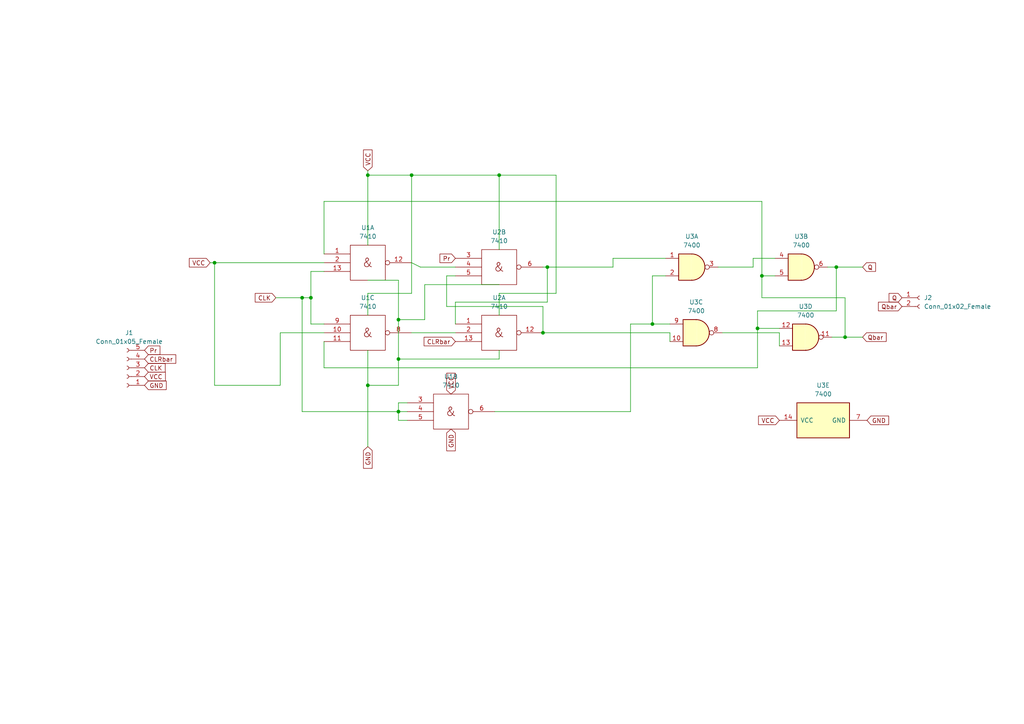
<source format=kicad_sch>
(kicad_sch (version 20211123) (generator eeschema)
  (paper "A4")
  (lib_symbols
    (symbol "74xx:7400" (pin_names (offset 1.016))
      (property "Reference" "U" (at 0 1.27 0))
      (property "Value" "7400" (at 0 -1.27 0))
      (symbol "7400_1_1"
        (arc (start 0 -3.81) (mid 3.81 0) (end 0 3.81) (stroke (width 0.254)) (fill (type background)))
        (polyline (pts (xy 0 3.81) (xy -3.81 3.81) (xy -3.81 -3.81) (xy 0 -3.81)) (stroke (width 0.254)) (fill (type background)))
        (pin input line (at -7.62 2.54 0) (length 3.81) (name "~") (number "1"))
        (pin input line (at -7.62 -2.54 0) (length 3.81) (name "~") (number "2"))
        (pin output inverted (at 7.62 0 180) (length 3.81) (name "~") (number "3"))
      )
      (symbol "7400_1_2"
        (arc (start -3.81 -3.81) (mid -2.589 0) (end -3.81 3.81) (stroke (width 0.254)))
        (arc (start -0.6096 -3.81) (mid 2.1842 -2.5851) (end 3.81 0) (stroke (width 0.254)) (fill (type background)))
        (polyline (pts (xy -3.81 -3.81) (xy -0.635 -3.81)) (stroke (width 0.254)) (fill (type background)))
        (polyline (pts (xy -3.81 3.81) (xy -0.635 3.81)) (stroke (width 0.254)) (fill (type background)))
        (polyline (pts (xy -0.635 3.81) (xy -3.81 3.81) (xy -3.81 3.81) (xy -3.556 3.4036) (xy -3.0226 2.2606) (xy -2.6924 1.0414) (xy -2.6162 -0.254) (xy -2.7686 -1.4986) (xy -3.175 -2.7178) (xy -3.81 -3.81) (xy -3.81 -3.81) (xy -0.635 -3.81)) (stroke (width -25.4)) (fill (type background)))
        (arc (start 3.81 0) (mid 2.1915 2.5936) (end -0.6096 3.81) (stroke (width 0.254)) (fill (type background)))
        (pin input inverted (at -7.62 2.54 0) (length 4.318) (name "~") (number "1"))
        (pin input inverted (at -7.62 -2.54 0) (length 4.318) (name "~") (number "2"))
        (pin output line (at 7.62 0 180) (length 3.81) (name "~") (number "3"))
      )
      (symbol "7400_2_1"
        (arc (start 0 -3.81) (mid 3.81 0) (end 0 3.81) (stroke (width 0.254)) (fill (type background)))
        (polyline (pts (xy 0 3.81) (xy -3.81 3.81) (xy -3.81 -3.81) (xy 0 -3.81)) (stroke (width 0.254)) (fill (type background)))
        (pin input line (at -7.62 2.54 0) (length 3.81) (name "~") (number "4"))
        (pin input line (at -7.62 -2.54 0) (length 3.81) (name "~") (number "5"))
        (pin output inverted (at 7.62 0 180) (length 3.81) (name "~") (number "6"))
      )
      (symbol "7400_2_2"
        (arc (start -3.81 -3.81) (mid -2.589 0) (end -3.81 3.81) (stroke (width 0.254)))
        (arc (start -0.6096 -3.81) (mid 2.1842 -2.5851) (end 3.81 0) (stroke (width 0.254)) (fill (type background)))
        (polyline (pts (xy -3.81 -3.81) (xy -0.635 -3.81)) (stroke (width 0.254)) (fill (type background)))
        (polyline (pts (xy -3.81 3.81) (xy -0.635 3.81)) (stroke (width 0.254)) (fill (type background)))
        (polyline (pts (xy -0.635 3.81) (xy -3.81 3.81) (xy -3.81 3.81) (xy -3.556 3.4036) (xy -3.0226 2.2606) (xy -2.6924 1.0414) (xy -2.6162 -0.254) (xy -2.7686 -1.4986) (xy -3.175 -2.7178) (xy -3.81 -3.81) (xy -3.81 -3.81) (xy -0.635 -3.81)) (stroke (width -25.4)) (fill (type background)))
        (arc (start 3.81 0) (mid 2.1915 2.5936) (end -0.6096 3.81) (stroke (width 0.254)) (fill (type background)))
        (pin input inverted (at -7.62 2.54 0) (length 4.318) (name "~") (number "4"))
        (pin input inverted (at -7.62 -2.54 0) (length 4.318) (name "~") (number "5"))
        (pin output line (at 7.62 0 180) (length 3.81) (name "~") (number "6"))
      )
      (symbol "7400_3_1"
        (arc (start 0 -3.81) (mid 3.81 0) (end 0 3.81) (stroke (width 0.254)) (fill (type background)))
        (polyline (pts (xy 0 3.81) (xy -3.81 3.81) (xy -3.81 -3.81) (xy 0 -3.81)) (stroke (width 0.254)) (fill (type background)))
        (pin input line (at -7.62 -2.54 0) (length 3.81) (name "~") (number "10"))
        (pin output inverted (at 7.62 0 180) (length 3.81) (name "~") (number "8"))
        (pin input line (at -7.62 2.54 0) (length 3.81) (name "~") (number "9"))
      )
      (symbol "7400_3_2"
        (arc (start -3.81 -3.81) (mid -2.589 0) (end -3.81 3.81) (stroke (width 0.254)))
        (arc (start -0.6096 -3.81) (mid 2.1842 -2.5851) (end 3.81 0) (stroke (width 0.254)) (fill (type background)))
        (polyline (pts (xy -3.81 -3.81) (xy -0.635 -3.81)) (stroke (width 0.254)) (fill (type background)))
        (polyline (pts (xy -3.81 3.81) (xy -0.635 3.81)) (stroke (width 0.254)) (fill (type background)))
        (polyline (pts (xy -0.635 3.81) (xy -3.81 3.81) (xy -3.81 3.81) (xy -3.556 3.4036) (xy -3.0226 2.2606) (xy -2.6924 1.0414) (xy -2.6162 -0.254) (xy -2.7686 -1.4986) (xy -3.175 -2.7178) (xy -3.81 -3.81) (xy -3.81 -3.81) (xy -0.635 -3.81)) (stroke (width -25.4)) (fill (type background)))
        (arc (start 3.81 0) (mid 2.1915 2.5936) (end -0.6096 3.81) (stroke (width 0.254)) (fill (type background)))
        (pin input inverted (at -7.62 -2.54 0) (length 4.318) (name "~") (number "10"))
        (pin output line (at 7.62 0 180) (length 3.81) (name "~") (number "8"))
        (pin input inverted (at -7.62 2.54 0) (length 4.318) (name "~") (number "9"))
      )
      (symbol "7400_4_1"
        (arc (start 0 -3.81) (mid 3.81 0) (end 0 3.81) (stroke (width 0.254)) (fill (type background)))
        (polyline (pts (xy 0 3.81) (xy -3.81 3.81) (xy -3.81 -3.81) (xy 0 -3.81)) (stroke (width 0.254)) (fill (type background)))
        (pin output inverted (at 7.62 0 180) (length 3.81) (name "~") (number "11"))
        (pin input line (at -7.62 2.54 0) (length 3.81) (name "~") (number "12"))
        (pin input line (at -7.62 -2.54 0) (length 3.81) (name "~") (number "13"))
      )
      (symbol "7400_4_2"
        (arc (start -3.81 -3.81) (mid -2.589 0) (end -3.81 3.81) (stroke (width 0.254)))
        (arc (start -0.6096 -3.81) (mid 2.1842 -2.5851) (end 3.81 0) (stroke (width 0.254)) (fill (type background)))
        (polyline (pts (xy -3.81 -3.81) (xy -0.635 -3.81)) (stroke (width 0.254)) (fill (type background)))
        (polyline (pts (xy -3.81 3.81) (xy -0.635 3.81)) (stroke (width 0.254)) (fill (type background)))
        (polyline (pts (xy -0.635 3.81) (xy -3.81 3.81) (xy -3.81 3.81) (xy -3.556 3.4036) (xy -3.0226 2.2606) (xy -2.6924 1.0414) (xy -2.6162 -0.254) (xy -2.7686 -1.4986) (xy -3.175 -2.7178) (xy -3.81 -3.81) (xy -3.81 -3.81) (xy -0.635 -3.81)) (stroke (width -25.4)) (fill (type background)))
        (arc (start 3.81 0) (mid 2.1915 2.5936) (end -0.6096 3.81) (stroke (width 0.254)) (fill (type background)))
        (pin output line (at 7.62 0 180) (length 3.81) (name "~") (number "11"))
        (pin input inverted (at -7.62 2.54 0) (length 4.318) (name "~") (number "12"))
        (pin input inverted (at -7.62 -2.54 0) (length 4.318) (name "~") (number "13"))
      )
      (symbol "7400_5_0"
        (pin power_in line (at 0 12.7 270) (length 5.08) (name "VCC") (number "14"))
        (pin power_in line (at 0 -12.7 90) (length 5.08) (name "GND") (number "7"))
      )
      (symbol "7400_5_1"
        (rectangle (start -5.08 7.62) (end 5.08 -7.62) (stroke (width 0.254)) (fill (type background)))
      )
    )
    (symbol "74xx_IEEE:7410" (pin_names (offset 0.762))
      (property "Reference" "U" (at 2.54 7.62 0))
      (property "Value" "7410" (at 3.81 -7.62 0))
      (symbol "7410_0_0"
        (text "&" (at 0 0 0) (effects (font (size 2.54 2.54))))
      )
      (symbol "7410_0_1"
        (rectangle (start -5.08 5.08) (end 5.08 -5.08))
        (pin power_in line (at 0 5.08 270) (length 0) hide (name "Vcc") (number "14"))
        (pin power_in line (at 0 -5.08 90) (length 0) hide (name "Gnd") (number "7"))
      )
      (symbol "7410_1_1"
        (pin input line (at -12.7 2.54 0) (length 7.62) (name "~") (number "1"))
        (pin output inverted (at 12.7 0 180) (length 7.62) (name "~") (number "12"))
        (pin input line (at -12.7 -2.54 0) (length 7.62) (name "~") (number "13"))
        (pin input line (at -12.7 0 0) (length 7.62) (name "~") (number "2"))
      )
      (symbol "7410_2_1"
        (pin input line (at -12.7 2.54 0) (length 7.62) (name "~") (number "3"))
        (pin input line (at -12.7 0 0) (length 7.62) (name "~") (number "4"))
        (pin input line (at -12.7 -2.54 0) (length 7.62) (name "~") (number "5"))
        (pin output inverted (at 12.7 0 180) (length 7.62) (name "~") (number "6"))
      )
      (symbol "7410_3_1"
        (pin input line (at -12.7 0 0) (length 7.62) (name "~") (number "10"))
        (pin input line (at -12.7 -2.54 0) (length 7.62) (name "~") (number "11"))
        (pin output inverted (at 12.7 0 180) (length 7.62) (name "~") (number "8"))
        (pin input line (at -12.7 2.54 0) (length 7.62) (name "~") (number "9"))
      )
    )
    (symbol "Connector:Conn_01x02_Female" (pin_names (offset 1.016) hide)
      (property "Reference" "J" (at 0 2.54 0))
      (property "Value" "Conn_01x02_Female" (at 0 -5.08 0))
      (symbol "Conn_01x02_Female_1_1"
        (arc (start 0 -2.032) (mid -0.508 -2.54) (end 0 -3.048) (stroke (width 0.1524)))
        (polyline (pts (xy -1.27 -2.54) (xy -0.508 -2.54)) (stroke (width 0.1524)))
        (polyline (pts (xy -1.27 0) (xy -0.508 0)) (stroke (width 0.1524)))
        (arc (start 0 0.508) (mid -0.508 0) (end 0 -0.508) (stroke (width 0.1524)))
        (pin passive line (at -5.08 0 0) (length 3.81) (name "Pin_1") (number "1"))
        (pin passive line (at -5.08 -2.54 0) (length 3.81) (name "Pin_2") (number "2"))
      )
    )
    (symbol "Connector:Conn_01x05_Female" (pin_names (offset 1.016) hide)
      (property "Reference" "J" (at 0 7.62 0))
      (property "Value" "Conn_01x05_Female" (at 0 -7.62 0))
      (symbol "Conn_01x05_Female_1_1"
        (arc (start 0 -4.572) (mid -0.508 -5.08) (end 0 -5.588) (stroke (width 0.1524)))
        (arc (start 0 -2.032) (mid -0.508 -2.54) (end 0 -3.048) (stroke (width 0.1524)))
        (polyline (pts (xy -1.27 -5.08) (xy -0.508 -5.08)) (stroke (width 0.1524)))
        (polyline (pts (xy -1.27 -2.54) (xy -0.508 -2.54)) (stroke (width 0.1524)))
        (polyline (pts (xy -1.27 0) (xy -0.508 0)) (stroke (width 0.1524)))
        (polyline (pts (xy -1.27 2.54) (xy -0.508 2.54)) (stroke (width 0.1524)))
        (polyline (pts (xy -1.27 5.08) (xy -0.508 5.08)) (stroke (width 0.1524)))
        (arc (start 0 0.508) (mid -0.508 0) (end 0 -0.508) (stroke (width 0.1524)))
        (arc (start 0 3.048) (mid -0.508 2.54) (end 0 2.032) (stroke (width 0.1524)))
        (arc (start 0 5.588) (mid -0.508 5.08) (end 0 4.572) (stroke (width 0.1524)))
        (pin passive line (at -5.08 5.08 0) (length 3.81) (name "Pin_1") (number "1"))
        (pin passive line (at -5.08 2.54 0) (length 3.81) (name "Pin_2") (number "2"))
        (pin passive line (at -5.08 0 0) (length 3.81) (name "Pin_3") (number "3"))
        (pin passive line (at -5.08 -2.54 0) (length 3.81) (name "Pin_4") (number "4"))
        (pin passive line (at -5.08 -5.08 0) (length 3.81) (name "Pin_5") (number "5"))
      )
    )
  )
  (junction (at 158.75 77.47))
  (junction (at 115.57 119.38))
  (junction (at 106.68 50.8))
  (junction (at 189.23 93.98))
  (junction (at 115.57 104.14))
  (junction (at 62.23 76.2))
  (junction (at 87.63 86.36))
  (junction (at 115.57 92.71))
  (junction (at 90.17 86.36))
  (junction (at 157.48 96.52))
  (junction (at 219.71 95.25))
  (junction (at 245.11 97.79))
  (junction (at 119.38 50.8))
  (junction (at 144.78 50.8))
  (junction (at 106.68 111.76))
  (junction (at 220.98 80.01))
  (junction (at 242.57 77.47))
  (wire (pts (xy 144.78 104.14) (xy 115.57 104.14)))
  (wire (pts (xy 106.68 91.44) (xy 106.68 85.09)))
  (wire (pts (xy 157.48 88.9) (xy 129.54 88.9)))
  (wire (pts (xy 245.11 97.79) (xy 250.19 97.79)))
  (wire (pts (xy 115.57 116.84) (xy 118.11 116.84)))
  (wire (pts (xy 106.68 85.09) (xy 119.38 85.09)))
  (wire (pts (xy 87.63 86.36) (xy 90.17 86.36)))
  (wire (pts (xy 81.28 111.76) (xy 62.23 111.76)))
  (wire (pts (xy 106.68 81.28) (xy 115.57 81.28)))
  (wire (pts (xy 93.98 78.74) (xy 90.17 78.74)))
  (wire (pts (xy 144.78 101.6) (xy 144.78 104.14)))
  (wire (pts (xy 209.55 96.52) (xy 226.06 96.52)))
  (wire (pts (xy 161.29 85.09) (xy 161.29 50.8)))
  (wire (pts (xy 242.57 77.47) (xy 242.57 90.17)))
  (wire (pts (xy 90.17 78.74) (xy 90.17 86.36)))
  (wire (pts (xy 80.01 86.36) (xy 87.63 86.36)))
  (wire (pts (xy 143.51 119.38) (xy 182.88 119.38)))
  (wire (pts (xy 129.54 88.9) (xy 129.54 80.01)))
  (wire (pts (xy 62.23 76.2) (xy 62.23 111.76)))
  (wire (pts (xy 119.38 96.52) (xy 132.08 96.52)))
  (wire (pts (xy 144.78 85.09) (xy 161.29 85.09)))
  (wire (pts (xy 93.98 96.52) (xy 81.28 96.52)))
  (wire (pts (xy 119.38 50.8) (xy 119.38 85.09)))
  (wire (pts (xy 158.75 77.47) (xy 177.8 77.47)))
  (wire (pts (xy 115.57 119.38) (xy 115.57 121.92)))
  (wire (pts (xy 93.98 58.42) (xy 220.98 58.42)))
  (wire (pts (xy 93.98 106.68) (xy 93.98 99.06)))
  (wire (pts (xy 219.71 106.68) (xy 93.98 106.68)))
  (wire (pts (xy 144.78 50.8) (xy 119.38 50.8)))
  (wire (pts (xy 220.98 86.36) (xy 245.11 86.36)))
  (wire (pts (xy 161.29 50.8) (xy 144.78 50.8)))
  (wire (pts (xy 144.78 91.44) (xy 144.78 85.09)))
  (wire (pts (xy 106.68 49.53) (xy 106.68 50.8)))
  (wire (pts (xy 115.57 119.38) (xy 87.63 119.38)))
  (wire (pts (xy 93.98 73.66) (xy 93.98 58.42)))
  (wire (pts (xy 189.23 80.01) (xy 189.23 93.98)))
  (wire (pts (xy 218.44 74.93) (xy 224.79 74.93)))
  (wire (pts (xy 219.71 90.17) (xy 219.71 95.25)))
  (wire (pts (xy 121.92 77.47) (xy 132.08 77.47)))
  (wire (pts (xy 106.68 111.76) (xy 115.57 111.76)))
  (wire (pts (xy 218.44 77.47) (xy 218.44 74.93)))
  (wire (pts (xy 208.28 77.47) (xy 218.44 77.47)))
  (wire (pts (xy 106.68 50.8) (xy 106.68 71.12)))
  (wire (pts (xy 157.48 96.52) (xy 157.48 88.9)))
  (wire (pts (xy 62.23 76.2) (xy 93.98 76.2)))
  (wire (pts (xy 241.3 97.79) (xy 245.11 97.79)))
  (wire (pts (xy 242.57 77.47) (xy 250.19 77.47)))
  (wire (pts (xy 132.08 87.63) (xy 158.75 87.63)))
  (wire (pts (xy 144.78 72.39) (xy 144.78 50.8)))
  (wire (pts (xy 132.08 87.63) (xy 132.08 93.98)))
  (wire (pts (xy 193.04 80.01) (xy 189.23 80.01)))
  (wire (pts (xy 177.8 77.47) (xy 177.8 74.93)))
  (wire (pts (xy 158.75 87.63) (xy 158.75 77.47)))
  (wire (pts (xy 226.06 96.52) (xy 226.06 100.33)))
  (wire (pts (xy 115.57 116.84) (xy 115.57 119.38)))
  (wire (pts (xy 240.03 77.47) (xy 242.57 77.47)))
  (wire (pts (xy 242.57 90.17) (xy 219.71 90.17)))
  (wire (pts (xy 220.98 80.01) (xy 220.98 86.36)))
  (wire (pts (xy 60.96 76.2) (xy 62.23 76.2)))
  (wire (pts (xy 182.88 93.98) (xy 189.23 93.98)))
  (wire (pts (xy 144.78 82.55) (xy 123.19 82.55)))
  (wire (pts (xy 115.57 104.14) (xy 115.57 111.76)))
  (wire (pts (xy 129.54 80.01) (xy 132.08 80.01)))
  (wire (pts (xy 118.11 121.92) (xy 115.57 121.92)))
  (wire (pts (xy 177.8 74.93) (xy 193.04 74.93)))
  (wire (pts (xy 182.88 119.38) (xy 182.88 93.98)))
  (wire (pts (xy 220.98 80.01) (xy 224.79 80.01)))
  (wire (pts (xy 106.68 111.76) (xy 106.68 129.54)))
  (wire (pts (xy 121.92 77.47) (xy 119.38 76.2)))
  (wire (pts (xy 90.17 93.98) (xy 93.98 93.98)))
  (wire (pts (xy 87.63 119.38) (xy 87.63 86.36)))
  (wire (pts (xy 157.48 77.47) (xy 158.75 77.47)))
  (wire (pts (xy 118.11 119.38) (xy 115.57 119.38)))
  (wire (pts (xy 106.68 101.6) (xy 106.68 111.76)))
  (wire (pts (xy 119.38 50.8) (xy 106.68 50.8)))
  (wire (pts (xy 189.23 93.98) (xy 194.31 93.98)))
  (wire (pts (xy 123.19 82.55) (xy 123.19 92.71)))
  (wire (pts (xy 219.71 95.25) (xy 219.71 106.68)))
  (wire (pts (xy 81.28 96.52) (xy 81.28 111.76)))
  (wire (pts (xy 194.31 96.52) (xy 194.31 99.06)))
  (wire (pts (xy 123.19 92.71) (xy 115.57 92.71)))
  (wire (pts (xy 90.17 86.36) (xy 90.17 93.98)))
  (wire (pts (xy 157.48 96.52) (xy 194.31 96.52)))
  (wire (pts (xy 115.57 92.71) (xy 115.57 104.14)))
  (wire (pts (xy 220.98 58.42) (xy 220.98 80.01)))
  (wire (pts (xy 219.71 95.25) (xy 226.06 95.25)))
  (wire (pts (xy 115.57 81.28) (xy 115.57 92.71)))
  (wire (pts (xy 245.11 86.36) (xy 245.11 97.79)))
  (global_label "GND" (shape input) (at 106.68 129.54 270) (property "Intersheet References" "${INTERSHEET_REFS}" (effects hide)))
  (global_label "VCC" (shape input) (at 130.81 114.3 90) (property "Intersheet References" "${INTERSHEET_REFS}" (effects hide)))
  (global_label "VCC" (shape input) (at 226.06 121.92 180) (property "Intersheet References" "${INTERSHEET_REFS}" (effects hide)))
  (global_label "CLRbar" (shape input) (at 41.91 104.14 0) (property "Intersheet References" "${INTERSHEET_REFS}" (effects hide)))
  (global_label "VCC" (shape input) (at 106.68 49.53 90) (property "Intersheet References" "${INTERSHEET_REFS}" (effects hide)))
  (global_label "CLK" (shape input) (at 80.01 86.36 180) (property "Intersheet References" "${INTERSHEET_REFS}" (effects hide)))
  (global_label "Pr" (shape input) (at 41.91 101.6 0) (property "Intersheet References" "${INTERSHEET_REFS}" (effects hide)))
  (global_label "Qbar" (shape input) (at 250.19 97.79 0) (property "Intersheet References" "${INTERSHEET_REFS}" (effects hide)))
  (global_label "GND" (shape input) (at 130.81 124.46 270) (property "Intersheet References" "${INTERSHEET_REFS}" (effects hide)))
  (global_label "Pr" (shape input) (at 132.08 74.93 180) (property "Intersheet References" "${INTERSHEET_REFS}" (effects hide)))
  (global_label "CLK" (shape input) (at 41.91 106.68 0) (property "Intersheet References" "${INTERSHEET_REFS}" (effects hide)))
  (global_label "Q" (shape input) (at 261.62 86.36 180) (property "Intersheet References" "${INTERSHEET_REFS}" (effects hide)))
  (global_label "CLRbar" (shape input) (at 132.08 99.06 180) (property "Intersheet References" "${INTERSHEET_REFS}" (effects hide)))
  (global_label "VCC" (shape input) (at 41.91 109.22 0) (property "Intersheet References" "${INTERSHEET_REFS}" (effects hide)))
  (global_label "Qbar" (shape input) (at 261.62 88.9 180) (property "Intersheet References" "${INTERSHEET_REFS}" (effects hide)))
  (global_label "GND" (shape input) (at 41.91 111.76 0) (property "Intersheet References" "${INTERSHEET_REFS}" (effects hide)))
  (global_label "GND" (shape input) (at 251.46 121.92 0) (property "Intersheet References" "${INTERSHEET_REFS}" (effects hide)))
  (global_label "Q" (shape input) (at 250.19 77.47 0) (property "Intersheet References" "${INTERSHEET_REFS}" (effects hide)))
  (global_label "VCC" (shape input) (at 60.96 76.2 180) (property "Intersheet References" "${INTERSHEET_REFS}" (effects hide)))
  (symbol (lib_id "74xx_IEEE:7410") (at 144.78 96.52 0) (unit 1)
    (property "Reference" "U2" (at 144.78 86.36 0))
    (property "Value" "7410" (at 144.78 88.9 0))
    (property "Footprint" "Package_DIP:DIP-14_W7.62mm_Socket" (effects hide))
  )
  (symbol (lib_id "74xx:7400") (at 201.93 96.52 0) (unit 3)
    (property "Reference" "U3" (at 201.93 87.63 0))
    (property "Value" "7400" (at 201.93 90.17 0))
    (property "Footprint" "Package_DIP:DIP-14_W7.62mm_Socket" (effects hide))
    (property "Datasheet" "http://www.ti.com/lit/gpn/sn7400" (effects hide))
  )
  (symbol (lib_id "74xx:7400") (at 238.76 121.92 90) (unit 5)
    (property "Reference" "U3" (at 238.76 111.76 90))
    (property "Value" "7400" (at 238.76 114.3 90))
    (property "Footprint" "Package_DIP:DIP-14_W7.62mm_Socket" (effects hide))
    (property "Datasheet" "http://www.ti.com/lit/gpn/sn7400" (effects hide))
  )
  (symbol (lib_id "74xx:7400") (at 233.68 97.79 0) (unit 4)
    (property "Reference" "U3" (at 233.68 88.9 0))
    (property "Value" "7400" (at 233.68 91.44 0))
    (property "Footprint" "Package_DIP:DIP-14_W7.62mm_Socket" (effects hide))
    (property "Datasheet" "http://www.ti.com/lit/gpn/sn7400" (effects hide))
  )
  (symbol (lib_id "74xx:7400") (at 232.41 77.47 0) (unit 2)
    (property "Reference" "U3" (at 232.41 68.58 0))
    (property "Value" "7400" (at 232.41 71.12 0))
    (property "Footprint" "Package_DIP:DIP-14_W7.62mm_Socket" (effects hide))
    (property "Datasheet" "http://www.ti.com/lit/gpn/sn7400" (effects hide))
  )
  (symbol (lib_id "74xx_IEEE:7410") (at 130.81 119.38 0) (unit 2)
    (property "Reference" "U1" (at 130.81 109.22 0))
    (property "Value" "7410" (at 130.81 111.76 0))
    (property "Footprint" "Package_DIP:DIP-14_W7.62mm_Socket" (effects hide))
  )
  (symbol (lib_id "74xx_IEEE:7410") (at 144.78 77.47 0) (unit 2)
    (property "Reference" "U2" (at 144.78 67.31 0))
    (property "Value" "7410" (at 144.78 69.85 0))
    (property "Footprint" "Package_DIP:DIP-14_W7.62mm_Socket" (effects hide))
  )
  (symbol (lib_id "74xx_IEEE:7410") (at 106.68 76.2 0) (unit 1)
    (property "Reference" "U1" (at 106.68 66.04 0))
    (property "Value" "7410" (at 106.68 68.58 0))
    (property "Footprint" "Package_DIP:DIP-14_W7.62mm_Socket" (effects hide))
  )
  (symbol (lib_id "Connector:Conn_01x02_Female") (at 266.7 86.36 0) (unit 1)
    (property "Reference" "J2" (at 267.97 86.3599 0) (effects (justify left)))
    (property "Value" "Conn_01x02_Female" (at 267.97 88.8999 0) (effects (justify left)))
    (property "Footprint" "Connector_JST:JST_EH_S2B-EH_1x02_P2.50mm_Horizontal" (effects hide))
  )
  (symbol (lib_id "74xx_IEEE:7410") (at 106.68 96.52 0) (unit 3)
    (property "Reference" "U1" (at 106.68 86.36 0))
    (property "Value" "7410" (at 106.68 88.9 0))
    (property "Footprint" "Package_DIP:DIP-14_W7.62mm_Socket" (effects hide))
  )
  (symbol (lib_id "74xx:7400") (at 200.66 77.47 0) (unit 1)
    (property "Reference" "U3" (at 200.66 68.58 0))
    (property "Value" "7400" (at 200.66 71.12 0))
    (property "Footprint" "Package_DIP:DIP-14_W7.62mm_Socket" (effects hide))
    (property "Datasheet" "http://www.ti.com/lit/gpn/sn7400" (effects hide))
  )
  (symbol (lib_id "Connector:Conn_01x05_Female") (at 36.83 106.68 180) (unit 1)
    (property "Reference" "J1" (at 37.465 96.52 0))
    (property "Value" "Conn_01x05_Female" (at 37.465 99.06 0))
    (property "Footprint" "Connector_JST:JST_EH_S5B-EH_1x05_P2.50mm_Horizontal" (effects hide))
  )
)
</source>
